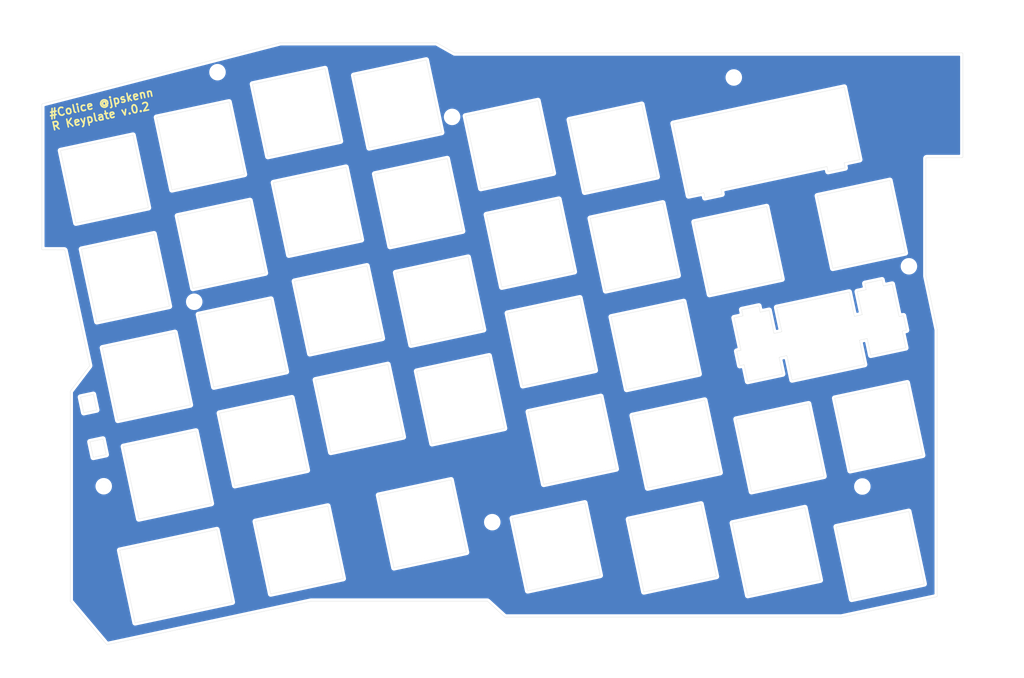
<source format=kicad_pcb>
(kicad_pcb (version 20171130) (host pcbnew "(5.1.5-0-10_14)")
  (layers (0 F.Cu signal) (31 B.Cu signal) (34 B.Paste user) (35 F.Paste user) (36 B.SilkS user) (37 F.SilkS user) (38 B.Mask user) (39 F.Mask user) (44 Edge.Cuts user))
  (net 0 "")
  (module MountingHole:MountingHole_2.1mm (layer F.Cu) (at 213.85 71.22)
    (fp_text reference REF** hide)
    (fp_text value MountingHole_2.1mm)
    (pad "" np_thru_hole circle (at 0 0) (size 2.1 2.1) (drill 2.1) (layers *.Cu *.Mask))
  )
  (module MountingHole:MountingHole_2.1mm (layer F.Cu) (at 205.05 112.83)
    (fp_text reference REF** hide)
    (fp_text value MountingHole_2.1mm)
    (pad "" np_thru_hole circle (at 0 0) (size 2.1 2.1) (drill 2.1) (layers *.Cu *.Mask))
  )
  (module MountingHole:MountingHole_2.1mm (layer F.Cu) (at 135.12 119.57)
    (fp_text reference REF** hide)
    (fp_text value MountingHole_2.1mm)
    (pad "" np_thru_hole circle (at 0 0) (size 2.1 2.1) (drill 2.1) (layers *.Cu *.Mask))
  )
  (module MountingHole:MountingHole_2.1mm (layer F.Cu) (at 61.7 112.78)
    (fp_text reference REF** hide)
    (fp_text value MountingHole_2.1mm)
    (pad "" np_thru_hole circle (at 0 0) (size 2.1 2.1) (drill 2.1) (layers *.Cu *.Mask))
  )
  (module MountingHole:MountingHole_2.1mm (layer F.Cu) (at 78.8 77.92)
    (fp_text reference REF** hide)
    (fp_text value MountingHole_2.1mm)
    (pad "" np_thru_hole circle (at 0 0) (size 2.1 2.1) (drill 2.1) (layers *.Cu *.Mask))
  )
  (module MountingHole:MountingHole_2.1mm (layer F.Cu) (at 83.2 34.54)
    (fp_text reference REF** hide)
    (fp_text value MountingHole_2.1mm)
    (pad "" np_thru_hole circle (at 0 0) (size 2.1 2.1) (drill 2.1) (layers *.Cu *.Mask))
  )
  (module MountingHole:MountingHole_2.1mm (layer F.Cu) (at 127.53 42.99)
    (fp_text reference REF** hide)
    (fp_text value MountingHole_2.1mm)
    (pad "" np_thru_hole circle (at 0 0) (size 2.1 2.1) (drill 2.1) (layers *.Cu *.Mask))
  )
  (module MountingHole:MountingHole_2.1mm (layer F.Cu) (at 180.76 35.54)
    (fp_text reference REF** hide)
    (fp_text value MountingHole_2.1mm)
    (pad "" np_thru_hole circle (at 0 0) (size 2.1 2.1) (drill 2.1) (layers *.Cu *.Mask))
  )
  (gr_line (start 82.98588 33.558533) (end 82.98588 33.558533) (layer Edge.Cuts) (width 0.05))
  (gr_line (start 180.5549 34.55887) (end 180.5549 34.55887) (layer Edge.Cuts) (width 0.05))
  (gr_curve (pts (xy 84.17206 34.328746) (xy 84.056913 33.788911) (xy 83.525206 33.44381) (xy 82.98588 33.558533)) (layer Edge.Cuts) (width 0.05))
  (gr_curve (pts (xy 83.401593 35.514841) (xy 83.94092 35.400033) (xy 84.28636 34.86858) (xy 84.17206 34.328746)) (layer Edge.Cuts) (width 0.05))
  (gr_curve (pts (xy 82.215413 34.744544) (xy 82.329713 35.284463) (xy 82.86142 35.629564) (xy 83.401593 35.514841)) (layer Edge.Cuts) (width 0.05))
  (gr_curve (pts (xy 82.98588 33.558533) (xy 82.445706 33.673256) (xy 82.100266 34.204709) (xy 82.215413 34.744544)) (layer Edge.Cuts) (width 0.05))
  (gr_line (start 127.525626 43.99353) (end 127.525626 43.99353) (layer Edge.Cuts) (width 0.05))
  (gr_curve (pts (xy 181.74108 35.329082) (xy 181.62678 34.789248) (xy 181.095073 34.444146) (xy 180.5549 34.55887)) (layer Edge.Cuts) (width 0.05))
  (gr_curve (pts (xy 180.97146 36.515178) (xy 181.510786 36.40037) (xy 181.856226 35.868917) (xy 181.74108 35.329082)) (layer Edge.Cuts) (width 0.05))
  (gr_curve (pts (xy 179.78528 35.74488) (xy 179.89958 36.2848) (xy 180.431286 36.629901) (xy 180.97146 36.515178)) (layer Edge.Cuts) (width 0.05))
  (gr_curve (pts (xy 180.5549 34.55887) (xy 180.015573 34.673593) (xy 179.670133 35.205046) (xy 179.78528 35.74488)) (layer Edge.Cuts) (width 0.05))
  (gr_line (start 108.945526 35.148404) (end 108.945526 35.148404) (layer Edge.Cuts) (width 0.05))
  (gr_line (start 111.856366 48.842983) (end 108.945526 35.148404) (layer Edge.Cuts) (width 0.05))
  (gr_line (start 125.550353 45.932058) (end 111.856366 48.842983) (layer Edge.Cuts) (width 0.05))
  (gr_line (start 122.639513 32.237564) (end 125.550353 45.932058) (layer Edge.Cuts) (width 0.05))
  (gr_line (start 108.945526 35.148404) (end 122.639513 32.237564) (layer Edge.Cuts) (width 0.05))
  (gr_curve (pts (xy 126.527406 42.993363) (xy 126.527406 43.546236) (xy 126.97614 43.99353) (xy 127.525626 43.99353)) (layer Edge.Cuts) (width 0.05))
  (gr_curve (pts (xy 127.525626 41.993534) (xy 126.97614 41.993534) (xy 126.527406 42.441506) (xy 126.527406 42.993363)) (layer Edge.Cuts) (width 0.05))
  (gr_curve (pts (xy 128.527233 42.993363) (xy 128.527233 42.441506) (xy 128.079346 41.993534) (xy 127.525626 41.993534)) (layer Edge.Cuts) (width 0.05))
  (gr_curve (pts (xy 127.525626 43.99353) (xy 128.079346 43.99353) (xy 128.527233 43.546236) (xy 128.527233 42.993363)) (layer Edge.Cuts) (width 0.05))
  (gr_line (start 89.815939 36.77866) (end 89.815939 36.77866) (layer Edge.Cuts) (width 0.05))
  (gr_line (start 92.72678 50.47324) (end 89.815939 36.77866) (layer Edge.Cuts) (width 0.05))
  (gr_line (start 106.421613 47.562315) (end 92.72678 50.47324) (layer Edge.Cuts) (width 0.05))
  (gr_line (start 103.510773 33.86782) (end 106.421613 47.562315) (layer Edge.Cuts) (width 0.05))
  (gr_line (start 89.815939 36.77866) (end 103.510773 33.86782) (layer Edge.Cuts) (width 0.05))
  (gr_line (start 130.05208 42.821574) (end 130.05208 42.821574) (layer Edge.Cuts) (width 0.05))
  (gr_line (start 132.96292 56.516069) (end 130.05208 42.821574) (layer Edge.Cuts) (width 0.05))
  (gr_line (start 146.657753 53.605144) (end 132.96292 56.516069) (layer Edge.Cuts) (width 0.05))
  (gr_line (start 143.746066 39.91065) (end 146.657753 53.605144) (layer Edge.Cuts) (width 0.05))
  (gr_line (start 130.05208 42.821574) (end 143.746066 39.91065) (layer Edge.Cuts) (width 0.05))
  (gr_line (start 71.6778 43.069817) (end 71.6778 43.069817) (layer Edge.Cuts) (width 0.05))
  (gr_line (start 74.58864 56.764396) (end 71.6778 43.069817) (layer Edge.Cuts) (width 0.05))
  (gr_line (start 88.283472 53.853472) (end 74.58864 56.764396) (layer Edge.Cuts) (width 0.05))
  (gr_line (start 60.368026 98.359267) (end 57.934706 98.876411) (layer Edge.Cuts) (width 0.05))
  (gr_line (start 59.744033 95.424805) (end 60.368026 98.359267) (layer Edge.Cuts) (width 0.05))
  (gr_line (start 57.31156 95.942034) (end 59.744033 95.424805) (layer Edge.Cuts) (width 0.05))
  (gr_line (start 61.460226 86.625822) (end 61.460226 86.625822) (layer Edge.Cuts) (width 0.05))
  (gr_line (start 64.371066 100.320316) (end 61.460226 86.625822) (layer Edge.Cuts) (width 0.05))
  (gr_line (start 78.0659 97.409476) (end 64.371066 100.320316) (layer Edge.Cuts) (width 0.05))
  (gr_line (start 75.15506 83.714982) (end 78.0659 97.409476) (layer Edge.Cuts) (width 0.05))
  (gr_line (start 61.460226 86.625822) (end 75.15506 83.714982) (layer Edge.Cuts) (width 0.05))
  (gr_curve (pts (xy 55.36084 94.920701) (xy 55.36084 94.885732) (xy 55.371846 94.851696) (xy 55.393013 94.823842)) (layer Edge.Cuts) (width 0.05))
  (gr_curve (pts (xy 54.373626 68.253494) (xy 54.35754 68.179834) (xy 54.292346 68.127171) (xy 54.216993 68.127002)) (layer Edge.Cuts) (width 0.05))
  (gr_line (start 181.193286 100.10865) (end 194.887273 97.197386) (layer Edge.Cuts) (width 0.05))
  (gr_curve (pts (xy 62.679426 112.571583) (xy 62.56428 112.03141) (xy 62.03342 111.686816) (xy 61.493246 111.801116)) (layer Edge.Cuts) (width 0.05))
  (gr_curve (pts (xy 61.90896 113.757763) (xy 62.449133 113.642616) (xy 62.793726 113.111756) (xy 62.679426 112.571583)) (layer Edge.Cuts) (width 0.05))
  (gr_curve (pts (xy 60.72278 112.987296) (xy 60.837926 113.52747) (xy 61.368786 113.87291) (xy 61.90896 113.757763)) (layer Edge.Cuts) (width 0.05))
  (gr_curve (pts (xy 61.493246 111.801116) (xy 60.953073 111.916263) (xy 60.60848 112.44797) (xy 60.72278 112.987296)) (layer Edge.Cuts) (width 0.05))
  (gr_line (start 204.838146 111.856996) (end 204.838146 111.856996) (layer Edge.Cuts) (width 0.05))
  (gr_line (start 184.104126 113.802636) (end 181.193286 100.10865) (layer Edge.Cuts) (width 0.05))
  (gr_line (start 197.798113 110.891796) (end 184.104126 113.802636) (layer Edge.Cuts) (width 0.05))
  (gr_line (start 194.887273 97.197386) (end 197.798113 110.891796) (layer Edge.Cuts) (width 0.05))
  (gr_line (start 155.513886 129.625143) (end 141.819053 132.535983) (layer Edge.Cuts) (width 0.05))
  (gr_line (start 152.603046 115.93031) (end 155.513886 129.625143) (layer Edge.Cuts) (width 0.05))
  (gr_line (start 138.908213 118.84115) (end 152.603046 115.93031) (layer Edge.Cuts) (width 0.05))
  (gr_line (start 153.636826 62.152922) (end 153.636826 62.152922) (layer Edge.Cuts) (width 0.05))
  (gr_line (start 156.547666 75.847416) (end 153.636826 62.152922) (layer Edge.Cuts) (width 0.05))
  (gr_line (start 170.241653 72.936576) (end 156.547666 75.847416) (layer Edge.Cuts) (width 0.05))
  (gr_line (start 167.330813 59.242082) (end 170.241653 72.936576) (layer Edge.Cuts) (width 0.05))
  (gr_line (start 161.564166 99.418616) (end 175.259 96.50803) (layer Edge.Cuts) (width 0.05))
  (gr_line (start 61.493246 111.801116) (end 61.493246 111.801116) (layer Edge.Cuts) (width 0.05))
  (gr_line (start 181.193286 100.10865) (end 181.193286 100.10865) (layer Edge.Cuts) (width 0.05))
  (gr_line (start 157.60346 80.785261) (end 171.29152 77.875691) (layer Edge.Cuts) (width 0.05))
  (gr_line (start 57.31156 95.942034) (end 57.31156 95.942034) (layer Edge.Cuts) (width 0.05))
  (gr_line (start 57.934706 98.876411) (end 57.31156 95.942034) (layer Edge.Cuts) (width 0.05))
  (gr_line (start 155.629033 95.811647) (end 158.539873 109.505803) (layer Edge.Cuts) (width 0.05))
  (gr_line (start 141.9342 98.722487) (end 155.629033 95.811647) (layer Edge.Cuts) (width 0.05))
  (gr_line (start 83.55992 98.970814) (end 83.55992 98.970814) (layer Edge.Cuts) (width 0.05))
  (gr_line (start 141.9342 98.722487) (end 141.9342 98.722487) (layer Edge.Cuts) (width 0.05))
  (gr_line (start 144.84504 112.416643) (end 141.9342 98.722487) (layer Edge.Cuts) (width 0.05))
  (gr_line (start 158.539873 109.505803) (end 144.84504 112.416643) (layer Edge.Cuts) (width 0.05))
  (gr_line (start 190.797026 88.09301) (end 189.31028 88.409071) (layer Edge.Cuts) (width 0.05))
  (gr_line (start 191.774926 92.690326) (end 190.797026 88.09301) (layer Edge.Cuts) (width 0.05))
  (gr_line (start 205.468913 89.77957) (end 191.774926 92.690326) (layer Edge.Cuts) (width 0.05))
  (gr_line (start 204.49186 85.182255) (end 205.468913 89.77957) (layer Edge.Cuts) (width 0.05))
  (gr_line (start 202.743493 109.841083) (end 199.832653 96.14625) (layer Edge.Cuts) (width 0.05))
  (gr_line (start 216.438326 106.930243) (end 202.743493 109.841083) (layer Edge.Cuts) (width 0.05))
  (gr_line (start 213.527486 93.23541) (end 216.438326 106.930243) (layer Edge.Cuts) (width 0.05))
  (gr_line (start 199.832653 96.14625) (end 213.527486 93.23541) (layer Edge.Cuts) (width 0.05))
  (gr_line (start 61.53812 103.86531) (end 62.162113 106.799856) (layer Edge.Cuts) (width 0.05))
  (gr_line (start 59.1048 104.382623) (end 61.53812 103.86531) (layer Edge.Cuts) (width 0.05))
  (gr_line (start 199.832653 96.14625) (end 199.832653 96.14625) (layer Edge.Cuts) (width 0.05))
  (gr_line (start 59.1048 104.382623) (end 59.1048 104.382623) (layer Edge.Cuts) (width 0.05))
  (gr_line (start 59.728793 107.31717) (end 59.1048 104.382623) (layer Edge.Cuts) (width 0.05))
  (gr_line (start 62.162113 106.799856) (end 59.728793 107.31717) (layer Edge.Cuts) (width 0.05))
  (gr_line (start 118.303733 103.463143) (end 104.6089 106.373983) (layer Edge.Cuts) (width 0.05))
  (gr_line (start 115.392893 89.768818) (end 118.303733 103.463143) (layer Edge.Cuts) (width 0.05))
  (gr_line (start 101.69806 92.679658) (end 115.392893 89.768818) (layer Edge.Cuts) (width 0.05))
  (gr_line (start 178.325626 56.633417) (end 178.52544 57.575334) (layer Edge.Cuts) (width 0.05))
  (gr_line (start 198.36792 52.373329) (end 178.325626 56.633417) (layer Edge.Cuts) (width 0.05))
  (gr_line (start 198.567733 53.315246) (end 198.36792 52.373329) (layer Edge.Cuts) (width 0.05))
  (gr_line (start 201.796073 52.629107) (end 198.567733 53.315246) (layer Edge.Cuts) (width 0.05))
  (gr_line (start 86.470759 112.665563) (end 83.55992 98.970814) (layer Edge.Cuts) (width 0.05))
  (gr_line (start 100.165593 109.754723) (end 86.470759 112.665563) (layer Edge.Cuts) (width 0.05))
  (gr_line (start 97.254753 96.059975) (end 100.165593 109.754723) (layer Edge.Cuts) (width 0.05))
  (gr_line (start 83.55992 98.970814) (end 97.254753 96.059975) (layer Edge.Cuts) (width 0.05))
  (gr_line (start 120.827646 91.049401) (end 134.521633 88.138561) (layer Edge.Cuts) (width 0.05))
  (gr_line (start 101.69806 92.679658) (end 101.69806 92.679658) (layer Edge.Cuts) (width 0.05))
  (gr_line (start 104.6089 106.373983) (end 101.69806 92.679658) (layer Edge.Cuts) (width 0.05))
  (gr_line (start 67.233646 46.447678) (end 70.144486 60.142173) (layer Edge.Cuts) (width 0.05))
  (gr_line (start 53.538813 49.358518) (end 67.233646 46.447678) (layer Edge.Cuts) (width 0.05))
  (gr_line (start 112.906233 53.782098) (end 112.906233 53.782098) (layer Edge.Cuts) (width 0.05))
  (gr_line (start 115.817073 67.476592) (end 112.906233 53.782098) (layer Edge.Cuts) (width 0.05))
  (gr_line (start 205.97776 84.866279) (end 204.49186 85.182255) (layer Edge.Cuts) (width 0.05))
  (gr_line (start 206.650013 88.0257) (end 205.97776 84.866279) (layer Edge.Cuts) (width 0.05))
  (gr_line (start 213.25232 86.622266) (end 206.650013 88.0257) (layer Edge.Cuts) (width 0.05))
  (gr_line (start 130.243426 125.26989) (end 116.548593 128.18073) (layer Edge.Cuts) (width 0.05))
  (gr_line (start 127.332586 111.575056) (end 130.243426 125.26989) (layer Edge.Cuts) (width 0.05))
  (gr_line (start 113.637753 114.485896) (end 127.332586 111.575056) (layer Edge.Cuts) (width 0.05))
  (gr_line (start 120.827646 91.049401) (end 120.827646 91.049401) (layer Edge.Cuts) (width 0.05))
  (gr_line (start 123.738486 104.74415) (end 120.827646 91.049401) (layer Edge.Cuts) (width 0.05))
  (gr_line (start 137.432473 101.83331) (end 123.738486 104.74415) (layer Edge.Cuts) (width 0.05))
  (gr_line (start 134.521633 88.138561) (end 137.432473 101.83331) (layer Edge.Cuts) (width 0.05))
  (gr_line (start 135.11684 120.57089) (end 135.11684 120.57089) (layer Edge.Cuts) (width 0.05))
  (gr_line (start 113.637753 114.485896) (end 113.637753 114.485896) (layer Edge.Cuts) (width 0.05))
  (gr_line (start 116.548593 128.18073) (end 113.637753 114.485896) (layer Edge.Cuts) (width 0.05))
  (gr_line (start 212.580913 83.462844) (end 213.25232 86.622266) (layer Edge.Cuts) (width 0.05))
  (gr_line (start 213.392866 83.290294) (end 212.580913 83.462844) (layer Edge.Cuts) (width 0.05))
  (gr_line (start 212.813746 80.566144) (end 213.392866 83.290294) (layer Edge.Cuts) (width 0.05))
  (gr_line (start 212.001793 80.738694) (end 212.813746 80.566144) (layer Edge.Cuts) (width 0.05))
  (gr_curve (pts (xy 205.25386 113.813643) (xy 205.794033 113.699343) (xy 206.139473 113.167636) (xy 206.024326 112.627463)) (layer Edge.Cuts) (width 0.05))
  (gr_curve (pts (xy 204.06768 113.043176) (xy 204.182826 113.58335) (xy 204.714533 113.92879) (xy 205.25386 113.813643)) (layer Edge.Cuts) (width 0.05))
  (gr_curve (pts (xy 204.838146 111.856996) (xy 204.29882 111.972143) (xy 203.95338 112.50385) (xy 204.06768 113.043176)) (layer Edge.Cuts) (width 0.05))
  (gr_line (start 161.564166 99.418616) (end 161.564166 99.418616) (layer Edge.Cuts) (width 0.05))
  (gr_line (start 164.475006 113.11345) (end 161.564166 99.418616) (layer Edge.Cuts) (width 0.05))
  (gr_line (start 178.16984 110.20261) (end 164.475006 113.11345) (layer Edge.Cuts) (width 0.05))
  (gr_line (start 175.259 96.50803) (end 178.16984 110.20261) (layer Edge.Cuts) (width 0.05))
  (gr_line (start 79.115766 102.34893) (end 82.026606 116.042916) (layer Edge.Cuts) (width 0.05))
  (gr_line (start 65.420933 105.25977) (end 79.115766 102.34893) (layer Edge.Cuts) (width 0.05))
  (gr_curve (pts (xy 206.024326 112.627463) (xy 205.90918 112.088136) (xy 205.37832 111.742696) (xy 204.838146 111.856996)) (layer Edge.Cuts) (width 0.05))
  (gr_line (start 65.420933 105.25977) (end 65.420933 105.25977) (layer Edge.Cuts) (width 0.05))
  (gr_line (start 68.331773 118.953756) (end 65.420933 105.25977) (layer Edge.Cuts) (width 0.05))
  (gr_line (start 82.026606 116.042916) (end 68.331773 118.953756) (layer Edge.Cuts) (width 0.05))
  (gr_line (start 210.69454 74.591048) (end 212.001793 80.738694) (layer Edge.Cuts) (width 0.05))
  (gr_line (start 209.00798 74.949696) (end 210.69454 74.591048) (layer Edge.Cuts) (width 0.05))
  (gr_line (start 208.758213 73.775877) (end 209.00798 74.949696) (layer Edge.Cuts) (width 0.05))
  (gr_line (start 201.595413 51.68719) (end 201.796073 52.629107) (layer Edge.Cuts) (width 0.05))
  (gr_line (start 53.538813 49.358518) (end 53.538813 49.358518) (layer Edge.Cuts) (width 0.05))
  (gr_line (start 56.449653 63.053013) (end 53.538813 49.358518) (layer Edge.Cuts) (width 0.05))
  (gr_line (start 70.144486 60.142173) (end 56.449653 63.053013) (layer Edge.Cuts) (width 0.05))
  (gr_line (start 85.372633 40.158977) (end 88.283472 53.853472) (layer Edge.Cuts) (width 0.05))
  (gr_line (start 71.6778 43.069817) (end 85.372633 40.158977) (layer Edge.Cuts) (width 0.05))
  (gr_line (start 149.67612 43.519228) (end 149.67612 43.519228) (layer Edge.Cuts) (width 0.05))
  (gr_line (start 152.58696 57.213722) (end 149.67612 43.519228) (layer Edge.Cuts) (width 0.05))
  (gr_line (start 166.280946 54.302882) (end 152.58696 57.213722) (layer Edge.Cuts) (width 0.05))
  (gr_line (start 163.370106 40.608388) (end 166.280946 54.302882) (layer Edge.Cuts) (width 0.05))
  (gr_line (start 149.67612 43.519228) (end 163.370106 40.608388) (layer Edge.Cuts) (width 0.05))
  (gr_line (start 201.595413 51.68719) (end 201.595413 51.68719) (layer Edge.Cuts) (width 0.05))
  (gr_line (start 204.548586 51.059472) (end 201.595413 51.68719) (layer Edge.Cuts) (width 0.05))
  (gr_line (start 201.637746 37.364977) (end 204.548586 51.059472) (layer Edge.Cuts) (width 0.05))
  (gr_line (start 169.30016 44.216542) (end 201.637746 37.364977) (layer Edge.Cuts) (width 0.05))
  (gr_line (start 172.211 57.911122) (end 169.30016 44.216542) (layer Edge.Cuts) (width 0.05))
  (gr_line (start 175.097286 57.319556) (end 172.211 57.911122) (layer Edge.Cuts) (width 0.05))
  (gr_line (start 175.297946 58.261472) (end 175.097286 57.319556) (layer Edge.Cuts) (width 0.05))
  (gr_line (start 178.52544 57.575334) (end 175.297946 58.261472) (layer Edge.Cuts) (width 0.05))
  (gr_line (start 182.509853 80.582061) (end 182.260086 79.408242) (layer Edge.Cuts) (width 0.05))
  (gr_line (start 180.822446 80.940709) (end 182.509853 80.582061) (layer Edge.Cuts) (width 0.05))
  (gr_line (start 182.128853 87.088356) (end 180.822446 80.940709) (layer Edge.Cuts) (width 0.05))
  (gr_line (start 200.116286 120.445583) (end 213.81112 117.534743) (layer Edge.Cuts) (width 0.05))
  (gr_line (start 64.72328 124.882963) (end 64.72328 124.882963) (layer Edge.Cuts) (width 0.05))
  (gr_line (start 67.63412 138.577796) (end 64.72328 124.882963) (layer Edge.Cuts) (width 0.05))
  (gr_line (start 96.687486 69.106849) (end 93.776646 55.412354) (layer Edge.Cuts) (width 0.05))
  (gr_line (start 110.38232 66.196009) (end 96.687486 69.106849) (layer Edge.Cuts) (width 0.05))
  (gr_line (start 107.47148 52.501514) (end 110.38232 66.196009) (layer Edge.Cuts) (width 0.05))
  (gr_line (start 93.776646 55.412354) (end 107.47148 52.501514) (layer Edge.Cuts) (width 0.05))
  (gr_line (start 196.556053 57.90274) (end 196.556053 57.90274) (layer Edge.Cuts) (width 0.05))
  (gr_line (start 181.3169 87.260906) (end 182.128853 87.088356) (layer Edge.Cuts) (width 0.05))
  (gr_line (start 181.89602 89.985056) (end 181.3169 87.260906) (layer Edge.Cuts) (width 0.05))
  (gr_line (start 182.707973 89.812506) (end 181.89602 89.985056) (layer Edge.Cuts) (width 0.05))
  (gr_line (start 183.40224 133.427523) (end 180.4914 119.73269) (layer Edge.Cuts) (width 0.05))
  (gr_line (start 197.097073 130.516683) (end 183.40224 133.427523) (layer Edge.Cuts) (width 0.05))
  (gr_line (start 194.186233 116.82185) (end 197.097073 130.516683) (layer Edge.Cuts) (width 0.05))
  (gr_line (start 180.4914 119.73269) (end 194.186233 116.82185) (layer Edge.Cuts) (width 0.05))
  (gr_line (start 200.116286 120.445583) (end 200.116286 120.445583) (layer Edge.Cuts) (width 0.05))
  (gr_line (start 203.027126 134.140416) (end 200.116286 120.445583) (layer Edge.Cuts) (width 0.05))
  (gr_line (start 216.72196 131.229576) (end 203.027126 134.140416) (layer Edge.Cuts) (width 0.05))
  (gr_line (start 213.81112 117.534743) (end 216.72196 131.229576) (layer Edge.Cuts) (width 0.05))
  (gr_line (start 183.37938 92.971927) (end 182.707973 89.812506) (layer Edge.Cuts) (width 0.05))
  (gr_line (start 189.982533 91.568492) (end 183.37938 92.971927) (layer Edge.Cuts) (width 0.05))
  (gr_line (start 189.31028 88.409071) (end 189.982533 91.568492) (layer Edge.Cuts) (width 0.05))
  (gr_line (start 174.557113 116.132663) (end 177.467953 129.827496) (layer Edge.Cuts) (width 0.05))
  (gr_line (start 160.863126 119.043503) (end 174.557113 116.132663) (layer Edge.Cuts) (width 0.05))
  (gr_line (start 90.345953 119.437203) (end 90.345953 119.437203) (layer Edge.Cuts) (width 0.05))
  (gr_line (start 93.256793 133.132036) (end 90.345953 119.437203) (layer Edge.Cuts) (width 0.05))
  (gr_line (start 106.951626 130.22035) (end 93.256793 133.132036) (layer Edge.Cuts) (width 0.05))
  (gr_line (start 104.040786 116.526363) (end 106.951626 130.22035) (layer Edge.Cuts) (width 0.05))
  (gr_line (start 90.345953 119.437203) (end 104.040786 116.526363) (layer Edge.Cuts) (width 0.05))
  (gr_line (start 180.4914 119.73269) (end 180.4914 119.73269) (layer Edge.Cuts) (width 0.05))
  (gr_line (start 129.51106 64.565752) (end 115.817073 67.476592) (layer Edge.Cuts) (width 0.05))
  (gr_line (start 126.60022 50.871258) (end 129.51106 64.565752) (layer Edge.Cuts) (width 0.05))
  (gr_line (start 112.906233 53.782098) (end 126.60022 50.871258) (layer Edge.Cuts) (width 0.05))
  (gr_line (start 93.776646 55.412354) (end 93.776646 55.412354) (layer Edge.Cuts) (width 0.05))
  (gr_line (start 160.863126 119.043503) (end 160.863126 119.043503) (layer Edge.Cuts) (width 0.05))
  (gr_line (start 163.77312 132.738336) (end 160.863126 119.043503) (layer Edge.Cuts) (width 0.05))
  (gr_line (start 177.467953 129.827496) (end 163.77312 132.738336) (layer Edge.Cuts) (width 0.05))
  (gr_line (start 199.466893 71.597234) (end 196.556053 57.90274) (layer Edge.Cuts) (width 0.05))
  (gr_line (start 213.16088 68.686394) (end 199.466893 71.597234) (layer Edge.Cuts) (width 0.05))
  (gr_line (start 210.25004 54.9919) (end 213.16088 68.686394) (layer Edge.Cuts) (width 0.05))
  (gr_line (start 196.556053 57.90274) (end 210.25004 54.9919) (layer Edge.Cuts) (width 0.05))
  (gr_line (start 213.842446 72.218942) (end 213.842446 72.218942) (layer Edge.Cuts) (width 0.05))
  (gr_line (start 134.012786 61.455184) (end 134.012786 61.455184) (layer Edge.Cuts) (width 0.05))
  (gr_line (start 136.923626 75.149678) (end 134.012786 61.455184) (layer Edge.Cuts) (width 0.05))
  (gr_line (start 150.61846 72.238838) (end 136.923626 75.149678) (layer Edge.Cuts) (width 0.05))
  (gr_line (start 147.70762 58.544344) (end 150.61846 72.238838) (layer Edge.Cuts) (width 0.05))
  (gr_line (start 134.012786 61.455184) (end 147.70762 58.544344) (layer Edge.Cuts) (width 0.05))
  (gr_curve (pts (xy 212.844226 71.218774) (xy 212.844226 71.771648) (xy 213.29296 72.218942) (xy 213.842446 72.218942)) (layer Edge.Cuts) (width 0.05))
  (gr_curve (pts (xy 213.842446 70.218946) (xy 213.29296 70.218946) (xy 212.844226 70.666917) (xy 212.844226 71.218774)) (layer Edge.Cuts) (width 0.05))
  (gr_curve (pts (xy 214.844053 71.218774) (xy 214.844053 70.666917) (xy 214.396166 70.218946) (xy 213.842446 70.218946)) (layer Edge.Cuts) (width 0.05))
  (gr_curve (pts (xy 213.842446 72.218942) (xy 214.396166 72.218942) (xy 214.844053 71.771648) (xy 214.844053 71.218774)) (layer Edge.Cuts) (width 0.05))
  (gr_line (start 75.638506 61.703511) (end 75.638506 61.703511) (layer Edge.Cuts) (width 0.05))
  (gr_line (start 78.549346 75.398006) (end 75.638506 61.703511) (layer Edge.Cuts) (width 0.05))
  (gr_line (start 92.24418 72.487166) (end 78.549346 75.398006) (layer Edge.Cuts) (width 0.05))
  (gr_line (start 89.33334 58.792671) (end 92.24418 72.487166) (layer Edge.Cuts) (width 0.05))
  (gr_line (start 75.638506 61.703511) (end 89.33334 58.792671) (layer Edge.Cuts) (width 0.05))
  (gr_line (start 205.529873 74.462016) (end 208.758213 73.775877) (layer Edge.Cuts) (width 0.05))
  (gr_line (start 205.77964 75.635834) (end 205.529873 74.462016) (layer Edge.Cuts) (width 0.05))
  (gr_line (start 204.092233 75.994482) (end 205.77964 75.635834) (layer Edge.Cuts) (width 0.05))
  (gr_line (start 205.021873 80.366754) (end 204.092233 75.994482) (layer Edge.Cuts) (width 0.05))
  (gr_line (start 203.535126 80.682814) (end 205.021873 80.366754) (layer Edge.Cuts) (width 0.05))
  (gr_line (start 202.558073 76.085499) (end 203.535126 80.682814) (layer Edge.Cuts) (width 0.05))
  (gr_line (start 188.864086 78.996254) (end 202.558073 76.085499) (layer Edge.Cuts) (width 0.05))
  (gr_line (start 137.973493 80.088878) (end 137.973493 80.088878) (layer Edge.Cuts) (width 0.05))
  (gr_line (start 140.884333 93.783373) (end 137.973493 80.088878) (layer Edge.Cuts) (width 0.05))
  (gr_line (start 154.579166 90.872532) (end 140.884333 93.783373) (layer Edge.Cuts) (width 0.05))
  (gr_line (start 151.66748 77.178038) (end 154.579166 90.872532) (layer Edge.Cuts) (width 0.05))
  (gr_line (start 137.973493 80.088878) (end 151.66748 77.178038) (layer Edge.Cuts) (width 0.05))
  (gr_line (start 79.599213 80.337205) (end 79.599213 80.337205) (layer Edge.Cuts) (width 0.05))
  (gr_line (start 82.510053 94.0317) (end 79.599213 80.337205) (layer Edge.Cuts) (width 0.05))
  (gr_line (start 96.204886 91.12086) (end 82.510053 94.0317) (layer Edge.Cuts) (width 0.05))
  (gr_line (start 93.294046 77.426365) (end 96.204886 91.12086) (layer Edge.Cuts) (width 0.05))
  (gr_line (start 79.599213 80.337205) (end 93.294046 77.426365) (layer Edge.Cuts) (width 0.05))
  (gr_line (start 157.60346 80.785261) (end 157.60346 80.785261) (layer Edge.Cuts) (width 0.05))
  (gr_curve (pts (xy 134.11862 119.57013) (xy 134.11862 120.123003) (xy 134.566506 120.57089) (xy 135.11684 120.57089)) (layer Edge.Cuts) (width 0.05))
  (gr_curve (pts (xy 135.11684 118.570216) (xy 134.566506 118.570216) (xy 134.11862 119.018103) (xy 134.11862 119.57013)) (layer Edge.Cuts) (width 0.05))
  (gr_curve (pts (xy 136.118446 119.57013) (xy 136.118446 119.018103) (xy 135.669713 118.570216) (xy 135.11684 118.570216)) (layer Edge.Cuts) (width 0.05))
  (gr_curve (pts (xy 135.11684 120.57089) (xy 135.669713 120.57089) (xy 136.118446 120.123003) (xy 136.118446 119.57013)) (layer Edge.Cuts) (width 0.05))
  (gr_line (start 138.908213 118.84115) (end 138.908213 118.84115) (layer Edge.Cuts) (width 0.05))
  (gr_line (start 141.819053 132.535983) (end 138.908213 118.84115) (layer Edge.Cuts) (width 0.05))
  (gr_line (start 153.636826 62.152922) (end 167.330813 59.242082) (layer Edge.Cuts) (width 0.05))
  (gr_line (start 173.26002 62.850575) (end 173.26002 62.850575) (layer Edge.Cuts) (width 0.05))
  (gr_line (start 176.17086 76.545154) (end 173.26002 62.850575) (layer Edge.Cuts) (width 0.05))
  (gr_line (start 189.865693 73.63423) (end 176.17086 76.545154) (layer Edge.Cuts) (width 0.05))
  (gr_line (start 186.954853 59.939735) (end 189.865693 73.63423) (layer Edge.Cuts) (width 0.05))
  (gr_line (start 173.26002 62.850575) (end 186.954853 59.939735) (layer Edge.Cuts) (width 0.05))
  (gr_line (start 78.785566 78.923949) (end 78.785566 78.923949) (layer Edge.Cuts) (width 0.05))
  (gr_line (start 57.49952 67.992212) (end 57.49952 67.992212) (layer Edge.Cuts) (width 0.05))
  (gr_line (start 60.41036 81.686707) (end 57.49952 67.992212) (layer Edge.Cuts) (width 0.05))
  (gr_line (start 74.105193 78.775867) (end 60.41036 81.686707) (layer Edge.Cuts) (width 0.05))
  (gr_line (start 71.194353 65.081372) (end 74.105193 78.775867) (layer Edge.Cuts) (width 0.05))
  (gr_line (start 57.49952 67.992212) (end 71.194353 65.081372) (layer Edge.Cuts) (width 0.05))
  (gr_curve (pts (xy 77.787346 77.923782) (xy 77.787346 78.47674) (xy 78.23608 78.923949) (xy 78.785566 78.923949)) (layer Edge.Cuts) (width 0.05))
  (gr_curve (pts (xy 78.785566 76.923953) (xy 78.23608 76.923953) (xy 77.787346 77.372009) (xy 77.787346 77.923782)) (layer Edge.Cuts) (width 0.05))
  (gr_curve (pts (xy 79.787173 77.923782) (xy 79.787173 77.372009) (xy 79.33844 76.923953) (xy 78.785566 76.923953)) (layer Edge.Cuts) (width 0.05))
  (gr_curve (pts (xy 78.785566 78.923949) (xy 79.33844 78.923949) (xy 79.787173 78.47674) (xy 79.787173 77.923782)) (layer Edge.Cuts) (width 0.05))
  (gr_line (start 116.86694 72.415792) (end 116.86694 72.415792) (layer Edge.Cuts) (width 0.05))
  (gr_line (start 119.77778 86.110286) (end 116.86694 72.415792) (layer Edge.Cuts) (width 0.05))
  (gr_line (start 133.471766 83.199446) (end 119.77778 86.110286) (layer Edge.Cuts) (width 0.05))
  (gr_line (start 130.560926 69.504952) (end 133.471766 83.199446) (layer Edge.Cuts) (width 0.05))
  (gr_line (start 116.86694 72.415792) (end 130.560926 69.504952) (layer Edge.Cuts) (width 0.05))
  (gr_line (start 97.737353 74.046048) (end 97.737353 74.046048) (layer Edge.Cuts) (width 0.05))
  (gr_line (start 100.648193 87.740543) (end 97.737353 74.046048) (layer Edge.Cuts) (width 0.05))
  (gr_line (start 114.343026 84.829703) (end 100.648193 87.740543) (layer Edge.Cuts) (width 0.05))
  (gr_line (start 111.432186 71.135208) (end 114.343026 84.829703) (layer Edge.Cuts) (width 0.05))
  (gr_line (start 97.737353 74.046048) (end 111.432186 71.135208) (layer Edge.Cuts) (width 0.05))
  (gr_line (start 188.864086 78.996254) (end 188.864086 78.996254) (layer Edge.Cuts) (width 0.05))
  (gr_line (start 160.5143 94.479756) (end 157.60346 80.785261) (layer Edge.Cuts) (width 0.05))
  (gr_line (start 174.20236 91.570186) (end 160.5143 94.479756) (layer Edge.Cuts) (width 0.05))
  (gr_line (start 171.29152 77.875691) (end 174.20236 91.570186) (layer Edge.Cuts) (width 0.05))
  (gr_line (start 189.84114 83.59357) (end 188.864086 78.996254) (layer Edge.Cuts) (width 0.05))
  (gr_line (start 188.354393 83.909546) (end 189.84114 83.59357) (layer Edge.Cuts) (width 0.05))
  (gr_line (start 187.424753 79.537274) (end 188.354393 83.909546) (layer Edge.Cuts) (width 0.05))
  (gr_curve (pts (xy 201.089953 137.50253) (xy 201.078946 137.50507) (xy 201.06794 137.505916) (xy 201.056933 137.505916)) (layer Edge.Cuts) (width 0.05))
  (gr_line (start 185.737346 79.895922) (end 187.424753 79.537274) (layer Edge.Cuts) (width 0.05))
  (gr_line (start 185.488426 78.722104) (end 185.737346 79.895922) (layer Edge.Cuts) (width 0.05))
  (gr_line (start 182.260086 79.408242) (end 185.488426 78.722104) (layer Edge.Cuts) (width 0.05))
  (gr_curve (pts (xy 100.881873 134.501943) (xy 100.870866 134.501943) (xy 100.85986 134.50279) (xy 100.848853 134.50533)) (layer Edge.Cuts) (width 0.05))
  (gr_curve (pts (xy 134.155026 134.501943) (xy 132.585306 134.501943) (xy 101.70822 134.501943) (xy 100.881873 134.501943)) (layer Edge.Cuts) (width 0.05))
  (gr_curve (pts (xy 134.262553 134.54343) (xy 134.233766 134.516336) (xy 134.19482 134.501943) (xy 134.155026 134.501943)) (layer Edge.Cuts) (width 0.05))
  (gr_curve (pts (xy 137.46888 137.46443) (xy 137.101426 137.12915) (xy 134.630853 134.87871) (xy 134.262553 134.54343)) (layer Edge.Cuts) (width 0.05))
  (gr_curve (pts (xy 137.576406 137.505916) (xy 137.536613 137.505916) (xy 137.498513 137.491523) (xy 137.46888 137.46443)) (layer Edge.Cuts) (width 0.05))
  (gr_curve (pts (xy 201.056933 137.505916) (xy 199.90208 137.505916) (xy 139.77774 137.505916) (xy 137.576406 137.505916)) (layer Edge.Cuts) (width 0.05))
  (gr_line (start 85.987313 134.677203) (end 67.63412 138.577796) (layer Edge.Cuts) (width 0.05))
  (gr_line (start 83.076473 120.98237) (end 85.987313 134.677203) (layer Edge.Cuts) (width 0.05))
  (gr_line (start 64.72328 124.882963) (end 83.076473 120.98237) (layer Edge.Cuts) (width 0.05))
  (gr_line (start 55.398093 134.54597) (end 55.398093 134.54597) (layer Edge.Cuts) (width 0.05))
  (gr_line (start 217.0674 50.853478) (end 217.0674 73.070265) (layer Edge.Cuts) (width 0.05))
  (gr_curve (pts (xy 62.22646 142.654496) (xy 61.570293 141.875563) (xy 55.913713 135.15811) (xy 55.398093 134.54597)) (layer Edge.Cuts) (width 0.05))
  (gr_curve (pts (xy 62.382246 142.707836) (xy 62.323826 142.71969) (xy 62.26456 142.69937) (xy 62.22646 142.654496)) (layer Edge.Cuts) (width 0.05))
  (gr_curve (pts (xy 100.848853 134.50533) (xy 99.972553 134.692443) (xy 64.449806 142.266723) (xy 62.382246 142.707836)) (layer Edge.Cuts) (width 0.05))
  (gr_curve (pts (xy 59.024366 89.954746) (xy 58.744966 88.649186) (xy 54.74108 69.970872) (xy 54.373626 68.253494)) (layer Edge.Cuts) (width 0.05))
  (gr_curve (pts (xy 58.99558 90.085132) (xy 59.02352 90.047964) (xy 59.034526 90.000381) (xy 59.024366 89.954746)) (layer Edge.Cuts) (width 0.05))
  (gr_curve (pts (xy 124.622406 28.983146) (xy 124.966153 29.178134) (xy 127.627226 30.684269) (xy 127.97182 30.879256)) (layer Edge.Cuts) (width 0.05))
  (gr_curve (pts (xy 124.54282 28.962403) (xy 124.57076 28.962403) (xy 124.597853 28.969515) (xy 124.622406 28.983146)) (layer Edge.Cuts) (width 0.05))
  (gr_curve (pts (xy 219.212006 83.210707) (xy 219.214546 83.221629) (xy 219.215392 83.23272) (xy 219.215392 83.243896)) (layer Edge.Cuts) (width 0.05))
  (gr_curve (pts (xy 217.070785 73.103454) (xy 217.16392 73.545245) (xy 219.118026 82.769001) (xy 219.212006 83.210707)) (layer Edge.Cuts) (width 0.05))
  (gr_curve (pts (xy 217.0674 73.070265) (xy 217.0674 73.081441) (xy 217.068246 73.092532) (xy 217.070785 73.103454)) (layer Edge.Cuts) (width 0.05))
  (gr_curve (pts (xy 217.22742 50.693458) (xy 217.13852 50.693458) (xy 217.0674 50.765086) (xy 217.0674 50.853478)) (layer Edge.Cuts) (width 0.05))
  (gr_curve (pts (xy 219.088392 133.670516) (xy 217.508513 134.006643) (xy 201.67246 137.378916) (xy 201.089953 137.50253)) (layer Edge.Cuts) (width 0.05))
  (gr_curve (pts (xy 219.215392 133.513883) (xy 219.215392 133.589236) (xy 219.1629 133.655276) (xy 219.088392 133.670516)) (layer Edge.Cuts) (width 0.05))
  (gr_curve (pts (xy 219.215392 83.243896) (xy 219.215392 84.255663) (xy 219.215392 130.737663) (xy 219.215392 133.513883)) (layer Edge.Cuts) (width 0.05))
  (gr_curve (pts (xy 50.10558 40.509412) (xy 52.629493 39.861712) (xy 94.045886 29.231982) (xy 95.077126 28.967398)) (layer Edge.Cuts) (width 0.05))
  (gr_curve (pts (xy 49.985353 40.664352) (xy 49.985353 40.59137) (xy 50.035306 40.527531) (xy 50.10558 40.509412)) (layer Edge.Cuts) (width 0.05))
  (gr_curve (pts (xy 54.216993 68.127002) (xy 53.587073 68.12607) (xy 50.83964 68.122006) (xy 50.145373 68.12099)) (layer Edge.Cuts) (width 0.05))
  (gr_curve (pts (xy 128.05056 30.9) (xy 130.272213 30.9) (xy 219.605705 30.9) (xy 223.9 30.9)) (layer Edge.Cuts) (width 0.05))
  (gr_curve (pts (xy 127.97182 30.879256) (xy 127.995526 30.892888) (xy 128.02262 30.9) (xy 128.05056 30.9)) (layer Edge.Cuts) (width 0.05))
  (gr_curve (pts (xy 55.36084 134.442676) (xy 55.36084 132.78829) (xy 55.36084 96.511417) (xy 55.36084 94.920701)) (layer Edge.Cuts) (width 0.05))
  (gr_curve (pts (xy 95.11692 28.962403) (xy 95.966126 28.962403) (xy 123.321926 28.962403) (xy 124.54282 28.962403)) (layer Edge.Cuts) (width 0.05))
  (gr_curve (pts (xy 95.077126 28.967398) (xy 95.089826 28.964096) (xy 95.103373 28.962403) (xy 95.11692 28.962403)) (layer Edge.Cuts) (width 0.05))
  (gr_curve (pts (xy 55.393013 94.823842) (xy 55.732526 94.37824) (xy 58.602726 90.601853) (xy 58.99558 90.085132)) (layer Edge.Cuts) (width 0.05))
  (gr_curve (pts (xy 55.398093 134.54597) (xy 55.374386 134.516336) (xy 55.36084 134.47993) (xy 55.36084 134.442676)) (layer Edge.Cuts) (width 0.05))
  (gr_curve (pts (xy 223.9 50.693458) (xy 222.9602 50.693458) (xy 218.16722 50.693458) (xy 217.22742 50.693458)) (layer Edge.Cuts) (width 0.05))
  (gr_curve (pts (xy 224.060019 50.533438) (xy 224.060019 50.62183) (xy 223.988053 50.693458) (xy 223.9 50.693458)) (layer Edge.Cuts) (width 0.05))
  (gr_curve (pts (xy 224.060019 31.06002) (xy 224.060019 32.832093) (xy 224.060019 48.761364) (xy 224.060019 50.533438)) (layer Edge.Cuts) (width 0.05))
  (gr_curve (pts (xy 49.985353 67.96097) (xy 49.985353 65.807135) (xy 49.985353 42.569945) (xy 49.985353 40.664352)) (layer Edge.Cuts) (width 0.05))
  (gr_curve (pts (xy 50.145373 68.12099) (xy 50.05732 68.120821) (xy 49.985353 68.049278) (xy 49.985353 67.96097)) (layer Edge.Cuts) (width 0.05))
  (gr_curve (pts (xy 224.013453 30.946905) (xy 224.043086 30.976877) (xy 224.060019 31.017602) (xy 224.060019 31.06002)) (layer Edge.Cuts) (width 0.05))
  (gr_curve (pts (xy 223.9 30.9) (xy 223.942333 30.9) (xy 223.982973 30.916848) (xy 224.013453 30.946905)) (layer Edge.Cuts) (width 0.05))
  (gr_text "#Colice @jpskenn\nR Keyplate v.0.2" (at 51.5 43.7 12) (layer F.SilkS) (effects (font (size 1.5 1.5) (thickness 0.3)) (justify left)))
  (zone (net 0) (net_name "") (layer B.Cu) (connect_pads (clearance 0.508)) (min_thickness 0.254) (fill yes (arc_segments 32) (thermal_gap 0.508) (thermal_bridge_width 0.508))
    (polygon (pts (xy 233.5 142.8) (xy 45.6 149) (xy 42.1 21.1) (xy 235.6 20.9)))
  )
)
</source>
